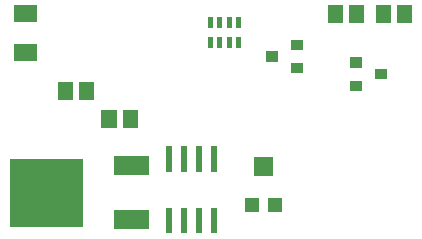
<source format=gbr>
G04 start of page 11 for group -4015 idx -4015 *
G04 Title: (unknown), toppaste *
G04 Creator: pcb 4.0.2 *
G04 CreationDate: Wed Oct 14 23:21:47 2020 UTC *
G04 For: ndholmes *
G04 Format: Gerber/RS-274X *
G04 PCB-Dimensions (mil): 1700.00 1200.00 *
G04 PCB-Coordinate-Origin: lower left *
%MOIN*%
%FSLAX25Y25*%
%LNTOPPASTE*%
%ADD56C,0.0001*%
G54D56*G36*
X58602Y90452D02*X53484D01*
Y84548D01*
X58602D01*
Y90452D01*
G37*
G36*
X51516D02*X46398D01*
Y84548D01*
X51516D01*
Y90452D01*
G37*
G36*
X157516Y115952D02*X152398D01*
Y110048D01*
X157516D01*
Y115952D01*
G37*
G36*
X164602D02*X159484D01*
Y110048D01*
X164602D01*
Y115952D01*
G37*
G36*
X31936Y116062D02*Y110562D01*
X39436D01*
Y116062D01*
X31936D01*
G37*
G36*
Y103062D02*Y97562D01*
X39436D01*
Y103062D01*
X31936D01*
G37*
G36*
X107560Y112120D02*X105888D01*
Y108577D01*
X107560D01*
Y112120D01*
G37*
G36*
X104412D02*X102738D01*
Y108577D01*
X104412D01*
Y112120D01*
G37*
G36*
X101262D02*X99588D01*
Y108577D01*
X101262D01*
Y112120D01*
G37*
G36*
X98112D02*X96440D01*
Y108577D01*
X98112D01*
Y112120D01*
G37*
G36*
Y105423D02*X96440D01*
Y101880D01*
X98112D01*
Y105423D01*
G37*
G36*
X101262D02*X99588D01*
Y101880D01*
X101262D01*
Y105423D01*
G37*
G36*
X104412D02*X102738D01*
Y101880D01*
X104412D01*
Y105423D01*
G37*
G36*
X107560D02*X105888D01*
Y101880D01*
X107560D01*
Y105423D01*
G37*
G36*
X143800Y98600D02*Y95200D01*
X147800D01*
Y98600D01*
X143800D01*
G37*
G36*
Y90800D02*Y87400D01*
X147800D01*
Y90800D01*
X143800D01*
G37*
G36*
X152000Y94700D02*Y91300D01*
X156000D01*
Y94700D01*
X152000D01*
G37*
G36*
X84500Y48500D02*X82500D01*
Y40000D01*
X84500D01*
Y48500D01*
G37*
G36*
X89500D02*X87500D01*
Y40000D01*
X89500D01*
Y48500D01*
G37*
G36*
X94500D02*X92500D01*
Y40000D01*
X94500D01*
Y48500D01*
G37*
G36*
X99500D02*X97500D01*
Y40000D01*
X99500D01*
Y48500D01*
G37*
G36*
Y69000D02*X97500D01*
Y60500D01*
X99500D01*
Y69000D01*
G37*
G36*
X94500D02*X92500D01*
Y60500D01*
X94500D01*
Y69000D01*
G37*
G36*
X89500D02*X87500D01*
Y60500D01*
X89500D01*
Y69000D01*
G37*
G36*
X84500D02*X82500D01*
Y60500D01*
X84500D01*
Y69000D01*
G37*
G36*
X30500Y64900D02*Y42100D01*
X54900D01*
Y64900D01*
X30500D01*
G37*
G36*
X65100Y65650D02*Y59350D01*
X76900D01*
Y65650D01*
X65100D01*
G37*
G36*
Y47650D02*Y41350D01*
X76900D01*
Y47650D01*
X65100D01*
G37*
G36*
X73102Y80952D02*X67984D01*
Y75048D01*
X73102D01*
Y80952D01*
G37*
G36*
X66016D02*X60898D01*
Y75048D01*
X66016D01*
Y80952D01*
G37*
G36*
X141516Y115952D02*X136398D01*
Y110048D01*
X141516D01*
Y115952D01*
G37*
G36*
X148602D02*X143484D01*
Y110048D01*
X148602D01*
Y115952D01*
G37*
G36*
X124000Y96700D02*Y93300D01*
X128000D01*
Y96700D01*
X124000D01*
G37*
G36*
Y104500D02*Y101100D01*
X128000D01*
Y104500D01*
X124000D01*
G37*
G36*
X115800Y100600D02*Y97200D01*
X119800D01*
Y100600D01*
X115800D01*
G37*
G36*
X108749Y51800D02*Y47100D01*
X113450D01*
Y51800D01*
X108749D01*
G37*
G36*
X116550D02*Y47100D01*
X121251D01*
Y51800D01*
X116550D01*
G37*
G36*
X111850Y65400D02*Y59100D01*
X118151D01*
Y65400D01*
X111850D01*
G37*
M02*

</source>
